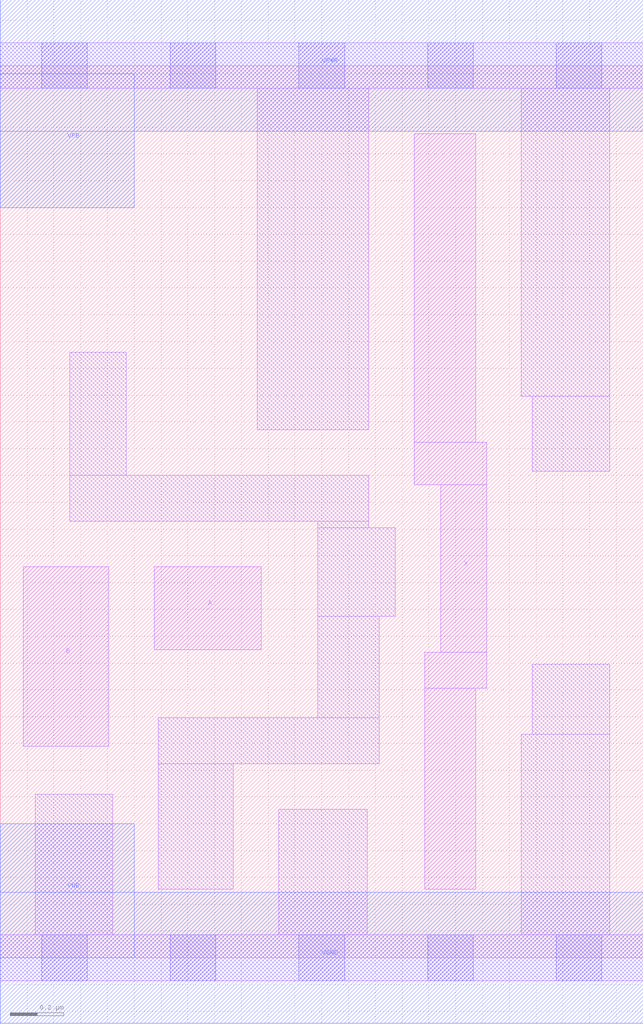
<source format=lef>
# Copyright 2020 The SkyWater PDK Authors
#
# Licensed under the Apache License, Version 2.0 (the "License");
# you may not use this file except in compliance with the License.
# You may obtain a copy of the License at
#
#     https://www.apache.org/licenses/LICENSE-2.0
#
# Unless required by applicable law or agreed to in writing, software
# distributed under the License is distributed on an "AS IS" BASIS,
# WITHOUT WARRANTIES OR CONDITIONS OF ANY KIND, either express or implied.
# See the License for the specific language governing permissions and
# limitations under the License.
#
# SPDX-License-Identifier: Apache-2.0

VERSION 5.5 ;
NAMESCASESENSITIVE ON ;
BUSBITCHARS "[]" ;
DIVIDERCHAR "/" ;
MACRO sky130_fd_sc_lp__or2_2
  CLASS CORE ;
  SOURCE USER ;
  ORIGIN  0.000000  0.000000 ;
  SIZE  2.400000 BY  3.330000 ;
  SYMMETRY X Y R90 ;
  SITE unit ;
  PIN A
    ANTENNAGATEAREA  0.126000 ;
    DIRECTION INPUT ;
    USE SIGNAL ;
    PORT
      LAYER li1 ;
        RECT 0.575000 1.150000 0.975000 1.460000 ;
    END
  END A
  PIN B
    ANTENNAGATEAREA  0.126000 ;
    DIRECTION INPUT ;
    USE SIGNAL ;
    PORT
      LAYER li1 ;
        RECT 0.085000 0.790000 0.405000 1.460000 ;
    END
  END B
  PIN X
    ANTENNADIFFAREA  0.588000 ;
    DIRECTION OUTPUT ;
    USE SIGNAL ;
    PORT
      LAYER li1 ;
        RECT 1.545000 1.765000 1.815000 1.925000 ;
        RECT 1.545000 1.925000 1.775000 3.075000 ;
        RECT 1.585000 0.255000 1.775000 1.005000 ;
        RECT 1.585000 1.005000 1.815000 1.140000 ;
        RECT 1.645000 1.140000 1.815000 1.765000 ;
    END
  END X
  PIN VGND
    DIRECTION INOUT ;
    USE GROUND ;
    PORT
      LAYER met1 ;
        RECT 0.000000 -0.245000 2.400000 0.245000 ;
    END
  END VGND
  PIN VNB
    DIRECTION INOUT ;
    USE GROUND ;
    PORT
    END
  END VNB
  PIN VPB
    DIRECTION INOUT ;
    USE POWER ;
    PORT
    END
  END VPB
  PIN VNB
    DIRECTION INOUT ;
    USE GROUND ;
    PORT
      LAYER met1 ;
        RECT 0.000000 0.000000 0.500000 0.500000 ;
    END
  END VNB
  PIN VPB
    DIRECTION INOUT ;
    USE POWER ;
    PORT
      LAYER met1 ;
        RECT 0.000000 2.800000 0.500000 3.300000 ;
    END
  END VPB
  PIN VPWR
    DIRECTION INOUT ;
    USE POWER ;
    PORT
      LAYER met1 ;
        RECT 0.000000 3.085000 2.400000 3.575000 ;
    END
  END VPWR
  OBS
    LAYER li1 ;
      RECT 0.000000 -0.085000 2.400000 0.085000 ;
      RECT 0.000000  3.245000 2.400000 3.415000 ;
      RECT 0.130000  0.085000 0.420000 0.610000 ;
      RECT 0.260000  1.630000 1.375000 1.800000 ;
      RECT 0.260000  1.800000 0.470000 2.260000 ;
      RECT 0.590000  0.255000 0.870000 0.725000 ;
      RECT 0.590000  0.725000 1.415000 0.895000 ;
      RECT 0.960000  1.970000 1.375000 3.245000 ;
      RECT 1.040000  0.085000 1.370000 0.555000 ;
      RECT 1.185000  0.895000 1.415000 1.275000 ;
      RECT 1.185000  1.275000 1.475000 1.605000 ;
      RECT 1.185000  1.605000 1.375000 1.630000 ;
      RECT 1.945000  0.085000 2.275000 0.835000 ;
      RECT 1.945000  2.095000 2.275000 3.245000 ;
      RECT 1.985000  0.835000 2.275000 1.095000 ;
      RECT 1.985000  1.815000 2.275000 2.095000 ;
    LAYER mcon ;
      RECT 0.155000 -0.085000 0.325000 0.085000 ;
      RECT 0.155000  3.245000 0.325000 3.415000 ;
      RECT 0.635000 -0.085000 0.805000 0.085000 ;
      RECT 0.635000  3.245000 0.805000 3.415000 ;
      RECT 1.115000 -0.085000 1.285000 0.085000 ;
      RECT 1.115000  3.245000 1.285000 3.415000 ;
      RECT 1.595000 -0.085000 1.765000 0.085000 ;
      RECT 1.595000  3.245000 1.765000 3.415000 ;
      RECT 2.075000 -0.085000 2.245000 0.085000 ;
      RECT 2.075000  3.245000 2.245000 3.415000 ;
  END
END sky130_fd_sc_lp__or2_2
END LIBRARY

</source>
